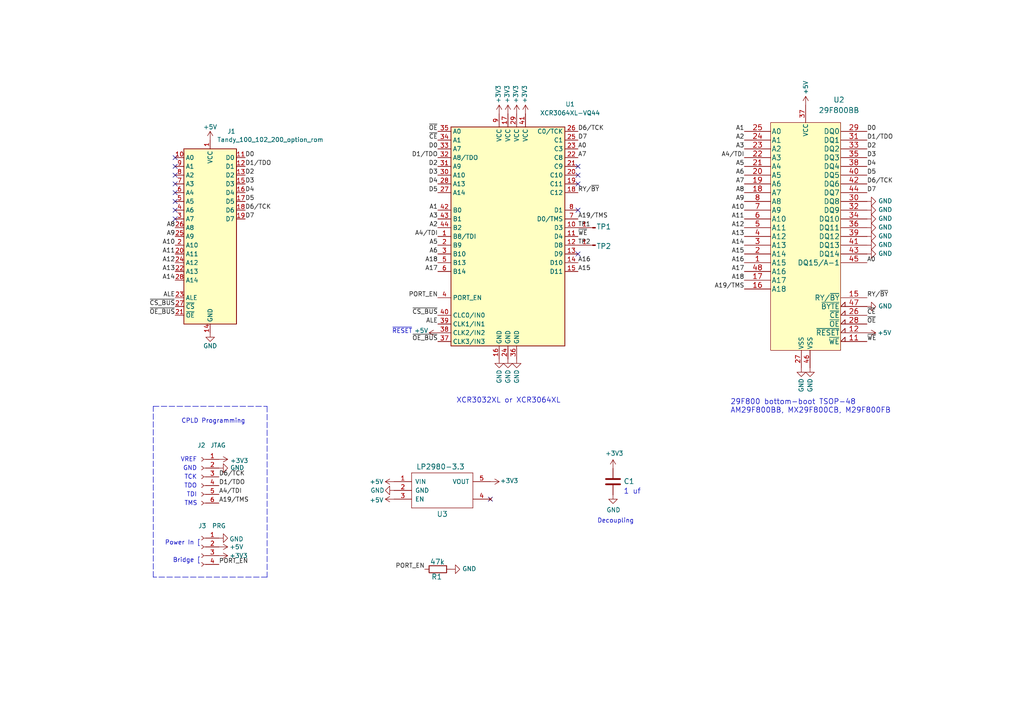
<source format=kicad_sch>
(kicad_sch (version 20211123) (generator eeschema)
  (paper "A4")
  (title_block (title "REX Classic bkw") (date "2022-09-04") (rev "019") (company "Brian K. White - b.kenyon.w@gmail.com") (comment 1 "Original design: Steven Adolph"))
  (lib_symbols
    (symbol "000_LOCAL:29F800" (pin_names (offset 0.254))
      (property "Reference" "U" (at -6.731 -52.197 0))
      (property "Value" "29F800" (at -3.937 -54.737 0))
      (symbol "29F800_1_0"
        (pin power_in line (at -1.27 -68.58 90) (length 5.08) (name "VSS") (number "27"))
        (pin power_in line (at 0 7.62 270) (length 5.08) (name "VCC") (number "37"))
        (pin power_in line (at 1.27 -68.58 90) (length 5.08) (name "VSS") (number "46"))
      )
      (symbol "29F800_1_1"
        (rectangle (start -10.16 2.54) (end 10.16 -63.5) (fill (type background)))
        (pin input line (at -17.78 -38.1 0) (length 7.62) (name "A15") (number "1"))
        (pin input input_low (at 17.78 -60.96 180) (length 7.62) (name "~{WE}") (number "11"))
        (pin input input_low (at 17.78 -58.42 180) (length 7.62) (name "~{RESET}") (number "12"))
        (pin output line (at 17.78 -48.26 180) (length 7.62) (name "RY/~{BY}") (number "15"))
        (pin input line (at -17.78 -45.72 0) (length 7.62) (name "A18") (number "16"))
        (pin input line (at -17.78 -43.18 0) (length 7.62) (name "A17") (number "17"))
        (pin input line (at -17.78 -17.78 0) (length 7.62) (name "A7") (number "18"))
        (pin input line (at -17.78 -15.24 0) (length 7.62) (name "A6") (number "19"))
        (pin input line (at -17.78 -35.56 0) (length 7.62) (name "A14") (number "2"))
        (pin input line (at -17.78 -12.7 0) (length 7.62) (name "A5") (number "20"))
        (pin input line (at -17.78 -10.16 0) (length 7.62) (name "A4") (number "21"))
        (pin input line (at -17.78 -7.62 0) (length 7.62) (name "A3") (number "22"))
        (pin input line (at -17.78 -5.08 0) (length 7.62) (name "A2") (number "23"))
        (pin input line (at -17.78 -2.54 0) (length 7.62) (name "A1") (number "24"))
        (pin input line (at -17.78 0 0) (length 7.62) (name "A0") (number "25"))
        (pin input input_low (at 17.78 -53.34 180) (length 7.62) (name "~{CE}") (number "26"))
        (pin input input_low (at 17.78 -55.88 180) (length 7.62) (name "~{OE}") (number "28"))
        (pin bidirectional line (at 17.78 0 180) (length 7.62) (name "DQ0") (number "29"))
        (pin input line (at -17.78 -33.02 0) (length 7.62) (name "A13") (number "3"))
        (pin bidirectional line (at 17.78 -20.32 180) (length 7.62) (name "DQ8") (number "30"))
        (pin bidirectional line (at 17.78 -2.54 180) (length 7.62) (name "DQ1") (number "31"))
        (pin bidirectional line (at 17.78 -22.86 180) (length 7.62) (name "DQ9") (number "32"))
        (pin bidirectional line (at 17.78 -5.08 180) (length 7.62) (name "DQ2") (number "33"))
        (pin bidirectional line (at 17.78 -25.4 180) (length 7.62) (name "DQ10") (number "34"))
        (pin bidirectional line (at 17.78 -7.62 180) (length 7.62) (name "DQ3") (number "35"))
        (pin bidirectional line (at 17.78 -27.94 180) (length 7.62) (name "DQ11") (number "36"))
        (pin bidirectional line (at 17.78 -10.16 180) (length 7.62) (name "DQ4") (number "38"))
        (pin bidirectional line (at 17.78 -30.48 180) (length 7.62) (name "DQ12") (number "39"))
        (pin input line (at -17.78 -30.48 0) (length 7.62) (name "A12") (number "4"))
        (pin bidirectional line (at 17.78 -12.7 180) (length 7.62) (name "DQ5") (number "40"))
        (pin bidirectional line (at 17.78 -33.02 180) (length 7.62) (name "DQ13") (number "41"))
        (pin bidirectional line (at 17.78 -15.24 180) (length 7.62) (name "DQ6") (number "42"))
        (pin bidirectional line (at 17.78 -35.56 180) (length 7.62) (name "DQ14") (number "43"))
        (pin bidirectional line (at 17.78 -17.78 180) (length 7.62) (name "DQ7") (number "44"))
        (pin bidirectional line (at 17.78 -38.1 180) (length 7.62) (name "DQ15/A-1") (number "45"))
        (pin input input_low (at 17.78 -50.8 180) (length 7.62) (name "~{BYTE}") (number "47"))
        (pin input line (at -17.78 -40.64 0) (length 7.62) (name "A16") (number "48"))
        (pin input line (at -17.78 -27.94 0) (length 7.62) (name "A11") (number "5"))
        (pin input line (at -17.78 -25.4 0) (length 7.62) (name "A10") (number "6"))
        (pin input line (at -17.78 -22.86 0) (length 7.62) (name "A9") (number "7"))
        (pin input line (at -17.78 -20.32 0) (length 7.62) (name "A8") (number "8"))
      )
    )
    (symbol "000_LOCAL:C" (pin_numbers hide) (pin_names (offset 0.254))
      (property "Reference" "C" (at 0.635 2.54 0))
      (property "Value" "C" (at 0.635 -2.54 0))
      (symbol "C_0_1"
        (polyline (pts (xy -2.032 -0.762) (xy 2.032 -0.762)) (stroke (width 0.508)))
        (polyline (pts (xy -2.032 0.762) (xy 2.032 0.762)) (stroke (width 0.508)))
      )
      (symbol "C_1_1"
        (pin passive line (at 0 3.81 270) (length 2.794) (name "~") (number "1"))
        (pin passive line (at 0 -3.81 90) (length 2.794) (name "~") (number "2"))
      )
    )
    (symbol "000_LOCAL:LP2980" (pin_names (offset 1.016))
      (property "Value" "LP2980" (at -2.54 -10.16 0))
      (symbol "LP2980_1_0"
        (polyline (pts (xy -7.62 -5.08) (xy 10.16 -5.08)))
        (polyline (pts (xy -7.62 5.08) (xy -7.62 -5.08)))
        (polyline (pts (xy 10.16 -5.08) (xy 10.16 5.08)))
        (polyline (pts (xy 10.16 5.08) (xy -7.62 5.08)))
        (pin input line (at -12.7 2.54 0) (length 5.08) (name "VIN") (number "1"))
        (pin power_in line (at -12.7 0 0) (length 5.08) (name "GND") (number "2"))
        (pin output line (at -12.7 -2.54 0) (length 5.08) (name "EN") (number "3"))
        (pin no_connect line (at 15.24 -2.54 180) (length 5.08) (name "~") (number "4"))
        (pin input line (at 15.24 2.54 180) (length 5.08) (name "VOUT") (number "5"))
      )
    )
    (symbol "000_LOCAL:R" (pin_numbers hide) (pin_names (offset 0))
      (property "Reference" "R" (at 2.032 0 90))
      (property "Value" "R" (at 0 0 90))
      (symbol "R_0_1"
        (rectangle (start -1.016 -2.54) (end 1.016 2.54) (stroke (width 0.254)))
      )
      (symbol "R_1_1"
        (pin passive line (at 0 3.81 270) (length 1.27) (name "~") (number "1"))
        (pin passive line (at 0 -3.81 90) (length 1.27) (name "~") (number "2"))
      )
    )
    (symbol "000_LOCAL:Tandy_100_102_200_option_rom"
      (property "Reference" "U" (at -7.62 26.67 0))
      (property "Value" "Tandy_100_102_200_option_rom" (at 2.54 -26.67 0))
      (symbol "Tandy_100_102_200_option_rom_1_1"
        (rectangle (start -7.62 25.4) (end 7.62 -25.4) (stroke (width 0.254)) (fill (type background)))
        (pin power_in line (at 0 27.94 270) (length 2.54) (name "VCC") (number "1"))
        (pin input line (at -10.16 22.86 0) (length 2.54) (name "A0") (number "10"))
        (pin tri_state line (at 10.16 22.86 180) (length 2.54) (name "D0") (number "11"))
        (pin tri_state line (at 10.16 20.32 180) (length 2.54) (name "D1") (number "12"))
        (pin tri_state line (at 10.16 17.78 180) (length 2.54) (name "D2") (number "13"))
        (pin power_in line (at 0 -27.94 90) (length 2.54) (name "GND") (number "14"))
        (pin tri_state line (at 10.16 15.24 180) (length 2.54) (name "D3") (number "15"))
        (pin tri_state line (at 10.16 12.7 180) (length 2.54) (name "D4") (number "16"))
        (pin tri_state line (at 10.16 10.16 180) (length 2.54) (name "D5") (number "17"))
        (pin tri_state line (at 10.16 7.62 180) (length 2.54) (name "D6") (number "18"))
        (pin tri_state line (at 10.16 5.08 180) (length 2.54) (name "D7") (number "19"))
        (pin input line (at -10.16 -2.54 0) (length 2.54) (name "A10") (number "2"))
        (pin input line (at -10.16 -5.08 0) (length 2.54) (name "A11") (number "20"))
        (pin input line (at -10.16 -22.86 0) (length 2.54) (name "~{OE}") (number "21"))
        (pin input line (at -10.16 -10.16 0) (length 2.54) (name "A13") (number "22"))
        (pin input line (at -10.16 -17.78 0) (length 2.54) (name "ALE") (number "23"))
        (pin input line (at -10.16 -7.62 0) (length 2.54) (name "A12") (number "24"))
        (pin input line (at -10.16 0 0) (length 2.54) (name "A9") (number "25"))
        (pin input line (at -10.16 2.54 0) (length 2.54) (name "A8") (number "26"))
        (pin input line (at -10.16 -20.32 0) (length 2.54) (name "~{CS}") (number "27"))
        (pin input line (at -10.16 -12.7 0) (length 2.54) (name "A14") (number "28"))
        (pin input line (at -10.16 5.08 0) (length 2.54) (name "A7") (number "3"))
        (pin input line (at -10.16 7.62 0) (length 2.54) (name "A6") (number "4"))
        (pin input line (at -10.16 10.16 0) (length 2.54) (name "A5") (number "5"))
        (pin input line (at -10.16 12.7 0) (length 2.54) (name "A4") (number "6"))
        (pin input line (at -10.16 15.24 0) (length 2.54) (name "A3") (number "7"))
        (pin input line (at -10.16 17.78 0) (length 2.54) (name "A2") (number "8"))
        (pin input line (at -10.16 20.32 0) (length 2.54) (name "A1") (number "9"))
      )
    )
    (symbol "000_LOCAL:XCR3064-VQ44"
      (property "Reference" "U" (at 0.254 2.032 0))
      (property "Value" "XCR3064-VQ44" (at 0.127 -2.286 0))
      (symbol "XCR3064-VQ44_1_1"
        (rectangle (start -16.51 31.75) (end 16.51 -31.75) (stroke (width 0.254)) (fill (type background)))
        (pin passive line (at -20.32 0 0) (length 3.81) (name "B8/TDI") (number "1"))
        (pin passive line (at 20.32 2.54 180) (length 3.81) (name "D3") (number "10"))
        (pin passive line (at 20.32 0 180) (length 3.81) (name "D4") (number "11"))
        (pin passive line (at 20.32 -2.54 180) (length 3.81) (name "D8") (number "12"))
        (pin passive line (at 20.32 -5.08 180) (length 3.81) (name "D9") (number "13"))
        (pin passive line (at 20.32 -7.62 180) (length 3.81) (name "D10") (number "14"))
        (pin passive line (at 20.32 -10.16 180) (length 3.81) (name "D11") (number "15"))
        (pin power_in line (at -2.54 -35.56 90) (length 3.81) (name "GND") (number "16"))
        (pin power_in line (at 0 35.56 270) (length 3.81) (name "VCC") (number "17"))
        (pin passive line (at 20.32 12.7 180) (length 3.81) (name "C12") (number "18"))
        (pin passive line (at 20.32 15.24 180) (length 3.81) (name "C11") (number "19"))
        (pin passive line (at -20.32 -2.54 0) (length 3.81) (name "B9") (number "2"))
        (pin passive line (at 20.32 17.78 180) (length 3.81) (name "C10") (number "20"))
        (pin passive line (at 20.32 20.32 180) (length 3.81) (name "C9") (number "21"))
        (pin passive line (at 20.32 22.86 180) (length 3.81) (name "C8") (number "22"))
        (pin passive line (at 20.32 25.4 180) (length 3.81) (name "C3") (number "23"))
        (pin power_in line (at 0 -35.56 90) (length 3.81) (name "GND") (number "24"))
        (pin passive line (at 20.32 27.94 180) (length 3.81) (name "C1") (number "25"))
        (pin passive line (at 20.32 30.48 180) (length 3.81) (name "C0/TCK") (number "26"))
        (pin passive line (at -20.32 12.7 0) (length 3.81) (name "A14") (number "27"))
        (pin passive line (at -20.32 15.24 0) (length 3.81) (name "A13") (number "28"))
        (pin power_in line (at 2.54 35.56 270) (length 3.81) (name "VCC") (number "29"))
        (pin passive line (at -20.32 -5.08 0) (length 3.81) (name "B10") (number "3"))
        (pin passive line (at -20.32 17.78 0) (length 3.81) (name "A10") (number "30"))
        (pin passive line (at -20.32 20.32 0) (length 3.81) (name "A9") (number "31"))
        (pin passive line (at -20.32 22.86 0) (length 3.81) (name "A8/TDO") (number "32"))
        (pin passive line (at -20.32 25.4 0) (length 3.81) (name "A7") (number "33"))
        (pin passive line (at -20.32 27.94 0) (length 3.81) (name "A1") (number "34"))
        (pin passive line (at -20.32 30.48 0) (length 3.81) (name "A0") (number "35"))
        (pin power_in line (at 2.54 -35.56 90) (length 3.81) (name "GND") (number "36"))
        (pin input line (at -20.32 -30.48 0) (length 3.81) (name "CLK3/IN3") (number "37"))
        (pin input line (at -20.32 -27.94 0) (length 3.81) (name "CLK2/IN2") (number "38"))
        (pin input line (at -20.32 -25.4 0) (length 3.81) (name "CLK1/IN1") (number "39"))
        (pin input line (at -20.32 -17.78 0) (length 3.81) (name "PORT_EN") (number "4"))
        (pin input line (at -20.32 -22.86 0) (length 3.81) (name "CLC0/IN0") (number "40"))
        (pin power_in line (at 5.08 35.56 270) (length 3.81) (name "VCC") (number "41"))
        (pin passive line (at -20.32 7.62 0) (length 3.81) (name "B0") (number "42"))
        (pin passive line (at -20.32 5.08 0) (length 3.81) (name "B1") (number "43"))
        (pin passive line (at -20.32 2.54 0) (length 3.81) (name "B2") (number "44"))
        (pin passive line (at -20.32 -7.62 0) (length 3.81) (name "B13") (number "5"))
        (pin passive line (at -20.32 -10.16 0) (length 3.81) (name "B14") (number "6"))
        (pin passive line (at 20.32 5.08 180) (length 3.81) (name "D0/TMS") (number "7"))
        (pin passive line (at 20.32 7.62 180) (length 3.81) (name "D1") (number "8"))
        (pin power_in line (at -2.54 35.56 270) (length 3.81) (name "VCC") (number "9"))
      )
    )
    (symbol "Connector:Conn_01x01_Male" (pin_names (offset 1.016) hide)
      (property "Reference" "J" (at 0 2.54 0))
      (property "Value" "Conn_01x01_Male" (at 0 -2.54 0))
      (symbol "Conn_01x01_Male_1_1"
        (polyline (pts (xy 1.27 0) (xy 0.8636 0)) (stroke (width 0.1524)))
        (rectangle (start 0.8636 0.127) (end 0 -0.127) (stroke (width 0.1524)) (fill (type outline)))
        (pin passive line (at 5.08 0 180) (length 3.81) (name "Pin_1") (number "1"))
      )
    )
    (symbol "Connector:Conn_01x04_Female" (pin_names (offset 1.016) hide)
      (property "Reference" "J" (at 0 5.08 0))
      (property "Value" "Conn_01x04_Female" (at 0 -7.62 0))
      (symbol "Conn_01x04_Female_1_1"
        (arc (start 0 -4.572) (mid -0.508 -5.08) (end 0 -5.588) (stroke (width 0.1524)))
        (arc (start 0 -2.032) (mid -0.508 -2.54) (end 0 -3.048) (stroke (width 0.1524)))
        (polyline (pts (xy -1.27 -5.08) (xy -0.508 -5.08)) (stroke (width 0.1524)))
        (polyline (pts (xy -1.27 -2.54) (xy -0.508 -2.54)) (stroke (width 0.1524)))
        (polyline (pts (xy -1.27 0) (xy -0.508 0)) (stroke (width 0.1524)))
        (polyline (pts (xy -1.27 2.54) (xy -0.508 2.54)) (stroke (width 0.1524)))
        (arc (start 0 0.508) (mid -0.508 0) (end 0 -0.508) (stroke (width 0.1524)))
        (arc (start 0 3.048) (mid -0.508 2.54) (end 0 2.032) (stroke (width 0.1524)))
        (pin passive line (at -5.08 2.54 0) (length 3.81) (name "Pin_1") (number "1"))
        (pin passive line (at -5.08 0 0) (length 3.81) (name "Pin_2") (number "2"))
        (pin passive line (at -5.08 -2.54 0) (length 3.81) (name "Pin_3") (number "3"))
        (pin passive line (at -5.08 -5.08 0) (length 3.81) (name "Pin_4") (number "4"))
      )
    )
    (symbol "Connector:Conn_01x06_Female" (pin_names (offset 1.016) hide)
      (property "Reference" "J" (at 0 7.62 0))
      (property "Value" "Conn_01x06_Female" (at 0 -10.16 0))
      (symbol "Conn_01x06_Female_1_1"
        (arc (start 0 -7.112) (mid -0.508 -7.62) (end 0 -8.128) (stroke (width 0.1524)))
        (arc (start 0 -4.572) (mid -0.508 -5.08) (end 0 -5.588) (stroke (width 0.1524)))
        (arc (start 0 -2.032) (mid -0.508 -2.54) (end 0 -3.048) (stroke (width 0.1524)))
        (polyline (pts (xy -1.27 -7.62) (xy -0.508 -7.62)) (stroke (width 0.1524)))
        (polyline (pts (xy -1.27 -5.08) (xy -0.508 -5.08)) (stroke (width 0.1524)))
        (polyline (pts (xy -1.27 -2.54) (xy -0.508 -2.54)) (stroke (width 0.1524)))
        (polyline (pts (xy -1.27 0) (xy -0.508 0)) (stroke (width 0.1524)))
        (polyline (pts (xy -1.27 2.54) (xy -0.508 2.54)) (stroke (width 0.1524)))
        (polyline (pts (xy -1.27 5.08) (xy -0.508 5.08)) (stroke (width 0.1524)))
        (arc (start 0 0.508) (mid -0.508 0) (end 0 -0.508) (stroke (width 0.1524)))
        (arc (start 0 3.048) (mid -0.508 2.54) (end 0 2.032) (stroke (width 0.1524)))
        (arc (start 0 5.588) (mid -0.508 5.08) (end 0 4.572) (stroke (width 0.1524)))
        (pin passive line (at -5.08 5.08 0) (length 3.81) (name "Pin_1") (number "1"))
        (pin passive line (at -5.08 2.54 0) (length 3.81) (name "Pin_2") (number "2"))
        (pin passive line (at -5.08 0 0) (length 3.81) (name "Pin_3") (number "3"))
        (pin passive line (at -5.08 -2.54 0) (length 3.81) (name "Pin_4") (number "4"))
        (pin passive line (at -5.08 -5.08 0) (length 3.81) (name "Pin_5") (number "5"))
        (pin passive line (at -5.08 -7.62 0) (length 3.81) (name "Pin_6") (number "6"))
      )
    )
    (symbol "power:+3V3" (power) (pin_names (offset 0))
      (property "Value" "+3V3" (at 0 3.556 0))
      (symbol "+3V3_0_1"
        (polyline (pts (xy -0.762 1.27) (xy 0 2.54)))
        (polyline (pts (xy 0 0) (xy 0 2.54)))
        (polyline (pts (xy 0 2.54) (xy 0.762 1.27)))
      )
      (symbol "+3V3_1_1"
        (pin power_in line (at 0 0 90) (length 0) hide (name "+3V3") (number "1"))
      )
    )
    (symbol "power:+5V" (power) (pin_names (offset 0))
      (property "Value" "+5V" (at 0 3.556 0))
      (symbol "+5V_0_1"
        (polyline (pts (xy -0.762 1.27) (xy 0 2.54)))
        (polyline (pts (xy 0 0) (xy 0 2.54)))
        (polyline (pts (xy 0 2.54) (xy 0.762 1.27)))
      )
      (symbol "+5V_1_1"
        (pin power_in line (at 0 0 90) (length 0) hide (name "+5V") (number "1"))
      )
    )
    (symbol "power:GND" (power) (pin_names (offset 0))
      (property "Value" "GND" (at 0 -3.81 0))
      (symbol "GND_0_1"
        (polyline (pts (xy 0 0) (xy 0 -1.27) (xy 1.27 -1.27) (xy 0 -2.54) (xy -1.27 -1.27) (xy 0 -1.27)))
      )
      (symbol "GND_1_1"
        (pin power_in line (at 0 0 270) (length 0) hide (name "GND") (number "1"))
      )
    )
  )
  (no_connect (at 142.24 144.78))
  (no_connect (at 167.64 73.66))
  (no_connect (at 50.8 55.88))
  (no_connect (at 50.8 58.42))
  (no_connect (at 50.8 60.96))
  (no_connect (at 50.8 63.5))
  (no_connect (at 50.8 45.72))
  (no_connect (at 50.8 48.26))
  (no_connect (at 50.8 50.8))
  (no_connect (at 50.8 53.34))
  (no_connect (at 167.64 60.96))
  (no_connect (at 167.64 53.34))
  (no_connect (at 167.64 50.8))
  (no_connect (at 167.64 48.26))
  (polyline (pts (xy 77.47 167.386) (xy 44.45 167.386)))
  (polyline (pts (xy 44.45 167.386) (xy 44.45 117.856)))
  (polyline (pts (xy 77.47 117.856) (xy 77.47 167.386)))
  (polyline (pts (xy 44.45 117.856) (xy 77.47 117.856)))
  (text "29F800 bottom-boot TSOP-48\nAM29F800BB, MX29F800CB, M29F800FB" (at 211.836 120.015 0) (effects (font (size 1.524 1.524)) (justify left bottom)))
  (text "Power In [" (at 58.166 158.242 180) (effects (font (size 1.27 1.27)) (justify right bottom)))
  (text "TDI" (at 57.15 144.272 180) (effects (font (size 1.27 1.27)) (justify right bottom)))
  (text "TMS" (at 57.277 146.812 180) (effects (font (size 1.27 1.27)) (justify right bottom)))
  (text "Decoupling" (at 173.228 151.892 0) (effects (font (size 1.27 1.27)) (justify left bottom)))
  (text "CPLD Programming" (at 52.578 122.936 0) (effects (font (size 1.27 1.27)) (justify left bottom)))
  (text "GND" (at 57.15 136.652 180) (effects (font (size 1.27 1.27)) (justify right bottom)))
  (text "XCR3032XL or XCR3064XL" (at 132.334 117.094 0) (effects (font (size 1.4986 1.4986)) (justify left bottom)))
  (text "VREF" (at 57.15 134.112 180) (effects (font (size 1.27 1.27)) (justify right bottom)))
  (text "TCK" (at 57.15 139.192 180) (effects (font (size 1.27 1.27)) (justify right bottom)))
  (text "TDO" (at 57.15 141.732 180) (effects (font (size 1.27 1.27)) (justify right bottom)))
  (text "Bridge [" (at 58.166 163.322 180) (effects (font (size 1.27 1.27)) (justify right bottom)))
  (text "1 uf" (at 180.848 143.51 0) (effects (font (size 1.524 1.524)) (justify left bottom)))
  (text "~{RESET}" (at 119.634 96.901 180) (effects (font (size 1.27 1.27)) (justify right bottom)))
  (label "A17" (at 215.9 78.74 180))
  (label "A2" (at 215.9 40.64 180))
  (label "D0" (at 127 43.18 180))
  (label "A19{slash}TMS" (at 167.64 63.5 0))
  (label "A18" (at 215.9 81.28 180))
  (label "PORT_EN" (at 127 86.36 180))
  (label "D7" (at 167.64 40.64 0))
  (label "D4" (at 251.46 48.26 0))
  (label "ALE" (at 127 93.98 180))
  (label "ALE" (at 50.8 86.36 180))
  (label "D3" (at 127 50.8 180))
  (label "A16" (at 167.64 76.2 0))
  (label "A0" (at 251.46 76.2 0))
  (label "A12" (at 215.9 66.04 180))
  (label "A19{slash}TMS" (at 63.5 145.923 0))
  (label "D6{slash}TCK" (at 63.5 138.303 0))
  (label "TP2" (at 167.64 71.12 0))
  (label "A14" (at 215.9 71.12 180))
  (label "~{WE}" (at 167.64 68.58 0))
  (label "D5" (at 127 55.88 180))
  (label "A12" (at 50.8 76.2 180))
  (label "TP1" (at 167.64 66.04 0))
  (label "~{OE_BUS}" (at 127 99.06 180))
  (label "A1" (at 215.9 38.1 180))
  (label "A11" (at 50.8 73.66 180))
  (label "D6{slash}TCK" (at 167.64 38.1 0))
  (label "A10" (at 215.9 60.96 180))
  (label "A11" (at 215.9 63.5 180))
  (label "D6{slash}TCK" (at 251.46 53.34 0))
  (label "A9" (at 50.8 68.58 180))
  (label "A7" (at 167.64 45.72 0))
  (label "D3" (at 251.46 45.72 0))
  (label "D5" (at 71.12 58.42 0))
  (label "D2" (at 127 48.26 180))
  (label "~{OE}" (at 127 38.1 180))
  (label "A13" (at 50.8 78.74 180))
  (label "RY{slash}~{BY}" (at 251.46 86.36 0))
  (label "~{WE}" (at 251.46 99.06 0))
  (label "A5" (at 127 71.12 180))
  (label "A10" (at 50.8 71.12 180))
  (label "PORT_EN" (at 63.5 163.703 0))
  (label "~{CS_BUS}" (at 50.8 88.9 180))
  (label "A4{slash}TDI" (at 63.5 143.383 0))
  (label "~{CE}" (at 127 40.64 180))
  (label "A5" (at 215.9 48.26 180))
  (label "A6" (at 215.9 50.8 180))
  (label "A18" (at 127 76.2 180))
  (label "PORT_EN" (at 123.19 165.1 180))
  (label "A0" (at 167.64 43.18 0))
  (label "D5" (at 251.46 50.8 0))
  (label "RY{slash}~{BY}" (at 167.64 55.88 0))
  (label "A15" (at 167.64 78.74 0))
  (label "D7" (at 251.46 55.88 0))
  (label "D1{slash}TDO" (at 71.12 48.26 0))
  (label "D1{slash}TDO" (at 127 45.72 180))
  (label "A15" (at 215.9 73.66 180))
  (label "A19{slash}TMS" (at 215.9 83.82 180))
  (label "A2" (at 127 66.04 180))
  (label "A13" (at 215.9 68.58 180))
  (label "A7" (at 215.9 53.34 180))
  (label "D7" (at 71.12 63.5 0))
  (label "D3" (at 71.12 53.34 0))
  (label "A17" (at 127 78.74 180))
  (label "A3" (at 127 63.5 180))
  (label "D4" (at 71.12 55.88 0))
  (label "~{CE}" (at 251.46 91.44 0))
  (label "A3" (at 215.9 43.18 180))
  (label "D0" (at 251.46 38.1 0))
  (label "D4" (at 127 53.34 180))
  (label "D2" (at 251.46 43.18 0))
  (label "A6" (at 127 73.66 180))
  (label "A9" (at 215.9 58.42 180))
  (label "A8" (at 215.9 55.88 180))
  (label "D2" (at 71.12 50.8 0))
  (label "D1{slash}TDO" (at 63.5 140.843 0))
  (label "A1" (at 127 60.96 180))
  (label "D1{slash}TDO" (at 251.46 40.64 0))
  (label "A14" (at 50.8 81.28 180))
  (label "A16" (at 215.9 76.2 180))
  (label "D6{slash}TCK" (at 71.12 60.96 0))
  (label "~{CS_BUS}" (at 127 91.44 180))
  (label "~{OE_BUS}" (at 50.8 91.44 180))
  (label "~{OE}" (at 251.46 93.98 0))
  (label "D0" (at 71.12 45.72 0))
  (label "A4{slash}TDI" (at 215.9 45.72 180))
  (label "A4{slash}TDI" (at 127 68.58 180))
  (label "A8" (at 50.8 66.04 180))
  (symbol (lib_id "000_LOCAL:R") (at 127 165.1 90) (mirror x) (unit 1)
    (property "Reference" "R1" (at 128.27 168.148 90) (effects (font (size 1.4986 1.4986)) (justify left bottom)))
    (property "Value" "47k" (at 129.032 163.83 90) (effects (font (size 1.4986 1.4986)) (justify left bottom)))
    (property "Footprint" "000_LOCAL:R_0805" (effects hide))
  )
  (symbol (lib_id "000_LOCAL:C") (at 177.8 139.7 0) (unit 1)
    (property "Reference" "C1" (at 180.848 140.462 0) (effects (font (size 1.4986 1.4986)) (justify left bottom)))
    (property "Value" "C-USC0805" (effects hide))
    (property "Footprint" "000_LOCAL:C_0805" (effects hide))
  )
  (symbol (lib_id "power:GND") (at 114.3 142.24 270) (unit 1)
    (property "Reference" "#PWR0103" (effects hide))
    (property "Value" "GND" (at 109.474 142.24 90))
  )
  (symbol (lib_id "power:GND") (at 177.8 143.51 0) (unit 1)
    (property "Reference" "#PWR0104" (effects hide))
    (property "Value" "GND" (at 177.927 147.9042 0))
  )
  (symbol (lib_id "power:+3V3") (at 177.8 135.89 0) (unit 1)
    (property "Reference" "#PWR0105" (effects hide))
    (property "Value" "+3V3" (at 178.181 131.4958 0))
  )
  (symbol (lib_id "Connector:Conn_01x04_Female") (at 58.42 158.623 0) (mirror y) (unit 1)
    (property "Reference" "J3" (at 58.674 152.527 0))
    (property "Value" "PRG" (at 63.5 152.527 0))
    (property "Footprint" "000_LOCAL:1x4_pcb_socket" (effects hide))
  )
  (symbol (lib_id "power:+3V3") (at 142.24 139.7 270) (unit 1)
    (property "Reference" "#PWR0106" (effects hide))
    (property "Value" "+3V3" (at 145.034 139.446 90) (effects (justify left)))
  )
  (symbol (lib_id "power:+3V3") (at 63.5 133.223 270) (unit 1)
    (property "Reference" "#PWR0107" (effects hide))
    (property "Value" "+3V3" (at 66.7512 133.604 90) (effects (justify left)))
  )
  (symbol (lib_id "power:GND") (at 63.5 135.763 90) (unit 1)
    (property "Reference" "#PWR0108" (effects hide))
    (property "Value" "GND" (at 66.7512 135.636 90) (effects (justify right)))
  )
  (symbol (lib_id "000_LOCAL:LP2980") (at 127 142.24 0) (unit 1)
    (property "Reference" "U3" (at 128.27 149.098 0) (effects (font (size 1.4986 1.4986))))
    (property "Value" "LP2980-3.3" (at 127.762 135.382 0) (effects (font (size 1.4986 1.4986))))
    (property "Footprint" "000_LOCAL:SOT-23-5" (effects hide))
  )
  (symbol (lib_id "Connector:Conn_01x06_Female") (at 58.42 138.303 0) (mirror y) (unit 1)
    (property "Reference" "J2" (at 58.42 129.159 0))
    (property "Value" "JTAG" (at 63.246 129.159 0))
    (property "Footprint" "000_LOCAL:1x6_pcb_socket" (effects hide))
  )
  (symbol (lib_id "power:GND") (at 130.81 165.1 90) (unit 1)
    (property "Reference" "#PWR0101" (effects hide))
    (property "Value" "GND" (at 134.0612 164.973 90) (effects (justify right)))
  )
  (symbol (lib_id "power:+5V") (at 114.3 139.7 90) (unit 1)
    (property "Reference" "#PWR0125" (effects hide))
    (property "Value" "+5V" (at 109.22 139.7 90))
  )
  (symbol (lib_id "power:+5V") (at 114.3 144.78 90) (unit 1)
    (property "Reference" "#PWR0126" (effects hide))
    (property "Value" "+5V" (at 109.22 145.034 90))
  )
  (symbol (lib_id "power:+5V") (at 251.46 96.52 270) (unit 1)
    (property "Reference" "#PWR0127" (effects hide))
    (property "Value" "+5V" (at 256.54 96.52 90))
  )
  (symbol (lib_id "power:+3V3") (at 63.5 161.163 270) (unit 1)
    (property "Reference" "#PWR0128" (effects hide))
    (property "Value" "+3V3" (at 66.548 161.163 90) (effects (justify left)))
  )
  (symbol (lib_id "power:+5V") (at 63.5 158.623 270) (unit 1)
    (property "Reference" "#PWR0129" (effects hide))
    (property "Value" "+5V" (at 68.58 158.623 90))
  )
  (symbol (lib_id "power:+5V") (at 60.96 40.64 0) (unit 1)
    (property "Reference" "#PWR0130" (effects hide))
    (property "Value" "+5V" (at 60.96 36.83 0))
  )
  (symbol (lib_id "power:GND") (at 60.96 96.52 0) (unit 1)
    (property "Reference" "#PWR0131" (effects hide))
    (property "Value" "GND" (at 60.96 100.33 0))
  )
  (symbol (lib_id "power:GND") (at 63.5 156.083 90) (unit 1)
    (property "Reference" "#PWR0132" (effects hide))
    (property "Value" "GND" (at 68.58 156.337 90))
  )
  (symbol (lib_id "000_LOCAL:XCR3064-VQ44") (at 147.32 68.58 0) (unit 1)
    (property "Reference" "U1" (at 165.354 30.226 0))
    (property "Value" "XCR3064XL-VQ44" (at 165.354 32.766 0))
    (property "Footprint" "000_LOCAL:VQFP44" (effects hide))
    (property "Datasheet" "https://www.xilinx.com/support/documentation/data_sheets/ds017.pdf" (effects hide))
  )
  (symbol (lib_id "power:GND") (at 144.78 104.14 0) (unit 1)
    (property "Reference" "#PWR0102" (effects hide))
    (property "Value" "GND" (at 144.78 109.22 90))
  )
  (symbol (lib_id "power:GND") (at 147.32 104.14 0) (unit 1)
    (property "Reference" "#PWR0109" (effects hide))
    (property "Value" "GND" (at 147.32 109.22 90))
  )
  (symbol (lib_id "power:GND") (at 149.86 104.14 0) (unit 1)
    (property "Reference" "#PWR0110" (effects hide))
    (property "Value" "GND" (at 149.86 109.22 90))
  )
  (symbol (lib_id "power:+3V3") (at 144.78 33.02 0) (unit 1)
    (property "Reference" "#PWR0111" (effects hide))
    (property "Value" "+3V3" (at 144.526 29.972 90) (effects (justify left)))
  )
  (symbol (lib_id "power:+3V3") (at 147.32 33.02 0) (unit 1)
    (property "Reference" "#PWR0112" (effects hide))
    (property "Value" "+3V3" (at 147.066 29.972 90) (effects (justify left)))
  )
  (symbol (lib_id "power:+3V3") (at 149.86 33.02 0) (unit 1)
    (property "Reference" "#PWR0113" (effects hide))
    (property "Value" "+3V3" (at 149.606 29.972 90) (effects (justify left)))
  )
  (symbol (lib_id "power:+3V3") (at 152.4 33.02 0) (unit 1)
    (property "Reference" "#PWR0114" (effects hide))
    (property "Value" "+3V3" (at 152.146 29.972 90) (effects (justify left)))
  )
  (symbol (lib_id "Connector:Conn_01x01_Male") (at 172.72 66.04 180) (unit 1)
    (property "Reference" "TP1" (at 177.292 64.897 0) (effects (font (size 1.4986 1.4986)) (justify left bottom)))
    (property "Value" "PINHD-1X1" (effects hide))
    (property "Footprint" "000_LOCAL:1x1_pin_h" (effects hide))
  )
  (symbol (lib_id "Connector:Conn_01x01_Male") (at 172.72 71.12 0) (mirror y) (unit 1)
    (property "Reference" "TP2" (at 177.292 72.263 0) (effects (font (size 1.4986 1.4986)) (justify left bottom)))
    (property "Value" "PINHD-1X1" (effects hide))
    (property "Footprint" "000_LOCAL:1x1_pin_h" (effects hide))
  )
  (symbol (lib_id "000_LOCAL:29F800") (at 233.68 38.1 0) (unit 1)
    (property "Reference" "U2" (at 243.332 28.956 0) (effects (font (size 1.524 1.524))))
    (property "Value" "29F800BB" (at 243.332 32.004 0) (effects (font (size 1.524 1.524))))
    (property "Footprint" "000_LOCAL:TSOP-48" (effects hide))
    (property "Datasheet" "http://www.mxic.com.tw/Lists/Datasheet/Attachments/7650/MX29F800C%20T-B,%205V,%208Mb,%20v1.3.pdf" (effects hide))
  )
  (symbol (lib_id "power:GND") (at 251.46 88.9 90) (unit 1)
    (property "Reference" "#PWR0115" (effects hide))
    (property "Value" "GND" (at 254.7112 88.773 90) (effects (justify right)))
  )
  (symbol (lib_id "power:GND") (at 251.46 58.42 90) (unit 1)
    (property "Reference" "#PWR0116" (effects hide))
    (property "Value" "GND" (at 254.7112 58.293 90) (effects (justify right)))
  )
  (symbol (lib_id "power:GND") (at 251.46 60.96 90) (unit 1)
    (property "Reference" "#PWR0117" (effects hide))
    (property "Value" "GND" (at 254.7112 60.833 90) (effects (justify right)))
  )
  (symbol (lib_id "power:GND") (at 251.46 63.5 90) (unit 1)
    (property "Reference" "#PWR0118" (effects hide))
    (property "Value" "GND" (at 254.7112 63.373 90) (effects (justify right)))
  )
  (symbol (lib_id "power:GND") (at 251.46 66.04 90) (unit 1)
    (property "Reference" "#PWR0119" (effects hide))
    (property "Value" "GND" (at 254.7112 65.913 90) (effects (justify right)))
  )
  (symbol (lib_id "power:GND") (at 251.46 68.58 90) (unit 1)
    (property "Reference" "#PWR0120" (effects hide))
    (property "Value" "GND" (at 254.7112 68.453 90) (effects (justify right)))
  )
  (symbol (lib_id "power:GND") (at 251.46 71.12 90) (unit 1)
    (property "Reference" "#PWR0121" (effects hide))
    (property "Value" "GND" (at 254.7112 70.993 90) (effects (justify right)))
  )
  (symbol (lib_id "power:GND") (at 251.46 73.66 90) (unit 1)
    (property "Reference" "#PWR0122" (effects hide))
    (property "Value" "GND" (at 254.7112 73.533 90) (effects (justify right)))
  )
  (symbol (lib_id "power:GND") (at 232.41 106.68 0) (unit 1)
    (property "Reference" "#PWR0123" (effects hide))
    (property "Value" "GND" (at 232.41 111.76 90))
  )
  (symbol (lib_id "power:GND") (at 234.95 106.68 0) (unit 1)
    (property "Reference" "#PWR0124" (effects hide))
    (property "Value" "GND" (at 234.95 111.76 90))
  )
  (symbol (lib_id "power:+5V") (at 233.68 30.48 0) (unit 1)
    (property "Reference" "#PWR0133" (effects hide))
    (property "Value" "+5V" (at 233.68 25.4 90))
  )
  (symbol (lib_id "power:+5V") (at 127 96.52 90) (mirror x) (unit 1)
    (property "Reference" "#PWR0134" (effects hide))
    (property "Value" "+5V" (at 122.174 95.885 90))
  )
  (symbol (lib_id "000_LOCAL:Tandy_100_102_200_option_rom") (at 60.96 68.58 0) (unit 1)
    (property "Reference" "J1" (at 65.913 38.1 0) (effects (justify left)))
    (property "Value" "Tandy_100_102_200_option_rom" (at 62.9794 40.513 0) (effects (justify left)))
    (property "Footprint" "000_LOCAL:Molex78802_PCB_28_REX" (effects hide))
  )
)
</source>
